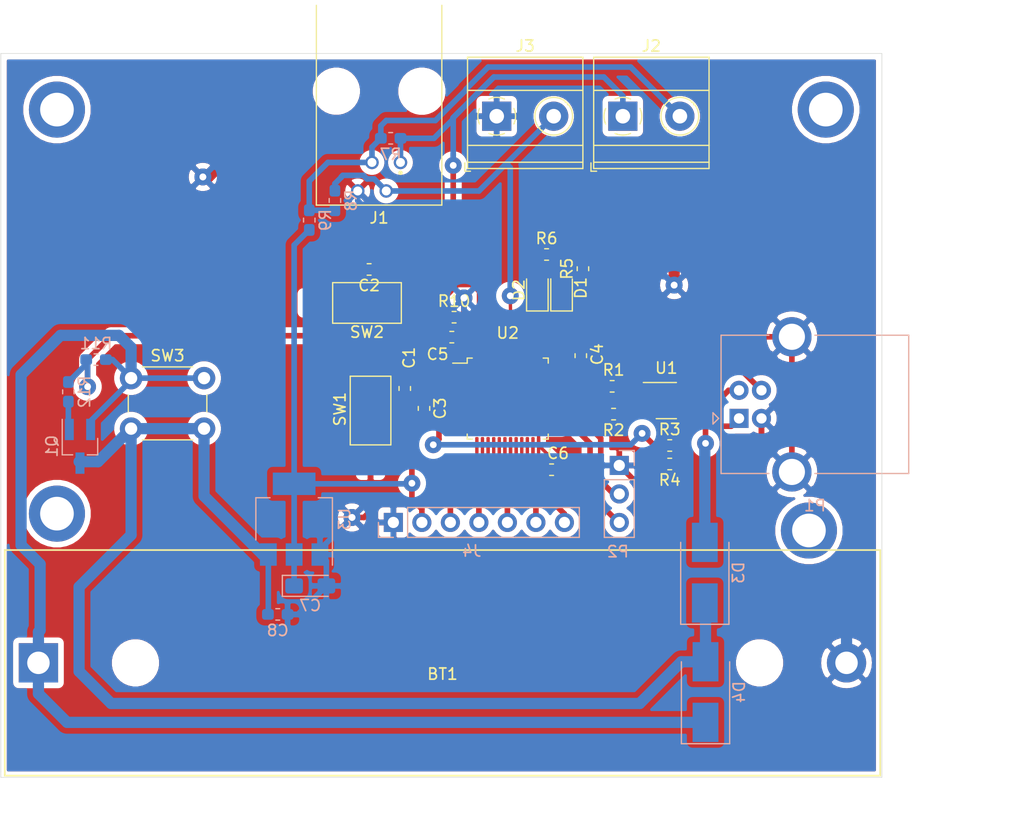
<source format=kicad_pcb>
(kicad_pcb (version 20171130) (host pcbnew "(6.0.0-rc1-dev-1613-ga55d9819b)")
  (layers (0 F.Cu signal) (31 B.Cu signal) (34 B.Paste user) (35 F.Paste user) (36 B.SilkS user) (37 F.SilkS user) (38 B.Mask user) (39 F.Mask user) (44 Edge.Cuts user))
  (net 0 "")
  (net 1 GND)
  (net 2 "Net-(BT1-Pad1)")
  (net 3 /NRST)
  (net 4 +3V3)
  (net 5 /BOOT0)
  (net 6 /LED0)
  (net 7 "Net-(D1-Pad2)")
  (net 8 "Net-(D2-Pad2)")
  (net 9 /LED1)
  (net 10 /5Vusb)
  (net 11 /SDA)
  (net 12 /SCL)
  (net 13 /3V3Sensors)
  (net 14 /SCK)
  (net 15 /MOSI)
  (net 16 /RST)
  (net 17 /D-C)
  (net 18 /CS)
  (net 19 "Net-(P1-Pad2)")
  (net 20 "Net-(P1-Pad3)")
  (net 21 "Net-(P2-Pad2)")
  (net 22 "Net-(P2-Pad3)")
  (net 23 "Net-(Q1-Pad1)")
  (net 24 "Net-(R1-Pad1)")
  (net 25 /USBDP)
  (net 26 /USBDM)
  (net 27 "Net-(R2-Pad1)")
  (net 28 /USBON)
  (net 29 /POWERON)
  (net 30 /U5V)
  (module my_footprints:VIA (layer F.Cu) (at 107.7595 97.282)
    (fp_text reference "" (at 0 0.5) (layer F.SilkS))
    (fp_text value VIA)
    (pad ~ thru_hole circle (at 0 0) (size 1.5 1.5) (drill 0.6) (layers *.Cu) (net 1 GND) (clearance 0.2))
  )
  (module my_footprints:VIA (layer F.Cu) (at 126.492 96.139)
    (fp_text reference "" (at 0 0.5) (layer F.SilkS))
    (fp_text value VIA)
    (pad ~ thru_hole circle (at 0 0) (size 1.5 1.5) (drill 0.6) (layers *.Cu) (net 1 GND) (clearance 0.2))
  )
  (module my_footprints:VIA (layer F.Cu) (at 84.5 86.5)
    (fp_text reference "" (at 0 0.5) (layer F.SilkS))
    (fp_text value VIA)
    (pad ~ thru_hole circle (at 0 0) (size 1.5 1.5) (drill 0.6) (layers *.Cu) (net 1 GND) (clearance 0.2))
  )
  (module my_footprints:VIA (layer F.Cu) (at 97.79 116.84)
    (fp_text reference "" (at 0 0.5) (layer F.SilkS))
    (fp_text value VIA)
    (pad ~ thru_hole circle (at 0 0) (size 1.5 1.5) (drill 0.6) (layers *.Cu) (net 1 GND) (clearance 0.2))
  )
  (module Battery:BatteryHolder_MPD_BH-18650-PC2 (layer F.Cu) (at 69.85 129.794)
    (fp_text reference BT1 (at 36 1) (layer F.SilkS))
    (fp_text value Battery_Cell)
    (pad 2 thru_hole circle (at 72 0) (size 3.5 3.5) (drill 2) (layers *.Cu *.Mask) (net 1 GND))
    (pad 1 thru_hole rect (at 0 0) (size 3.5 3.5) (drill 2) (layers *.Cu *.Mask) (net 2 "Net-(BT1-Pad1)"))
    (pad "" np_thru_hole circle (at 8.645 0) (size 3.2 3.2) (drill 3.2) (layers *.Cu *.Mask))
    (pad "" np_thru_hole circle (at 64.255 0) (size 3.2 3.2) (drill 3.2) (layers *.Cu *.Mask))
  )
  (module Capacitor_SMD:C_0603_1608Metric_Pad1.05x0.95mm_HandSolder (layer F.Cu) (at 102.489 105.3465 270)
    (fp_text reference C1 (at -2.7305 -0.381 270) (layer F.SilkS))
    (fp_text value 0.1)
    (pad 1 smd roundrect (at -0.875 0 270) (size 1.05 0.95) (layers F.Cu F.Paste F.Mask) (net 3 /NRST))
    (pad 2 smd roundrect (at 0.875 0 270) (size 1.05 0.95) (layers F.Cu F.Paste F.Mask) (net 1 GND))
  )
  (module Capacitor_SMD:C_0603_1608Metric_Pad1.05x0.95mm_HandSolder (layer F.Cu) (at 99.314 94.742 180)
    (fp_text reference C2 (at 0 -1.43 180) (layer F.SilkS))
    (fp_text value 0.1)
    (pad 2 smd roundrect (at 0.875 0 180) (size 1.05 0.95) (layers F.Cu F.Paste F.Mask) (net 4 +3V3))
    (pad 1 smd roundrect (at -0.875 0 180) (size 1.05 0.95) (layers F.Cu F.Paste F.Mask) (net 5 /BOOT0))
  )
  (module Capacitor_SMD:C_0603_1608Metric_Pad1.05x0.95mm_HandSolder (layer F.Cu) (at 104.2035 107.1245 270)
    (fp_text reference C3 (at 0 -1.43 270) (layer F.SilkS))
    (fp_text value 0.1)
    (pad 2 smd roundrect (at 0.875 0 270) (size 1.05 0.95) (layers F.Cu F.Paste F.Mask) (net 4 +3V3))
    (pad 1 smd roundrect (at -0.875 0 270) (size 1.05 0.95) (layers F.Cu F.Paste F.Mask) (net 1 GND))
  )
  (module Capacitor_SMD:C_0603_1608Metric_Pad1.05x0.95mm_HandSolder (layer F.Cu) (at 118.1735 102.4255 90)
    (fp_text reference C4 (at 0.127 1.4605 90) (layer F.SilkS))
    (fp_text value 0.1)
    (pad 1 smd roundrect (at -0.875 0 90) (size 1.05 0.95) (layers F.Cu F.Paste F.Mask) (net 1 GND))
    (pad 2 smd roundrect (at 0.875 0 90) (size 1.05 0.95) (layers F.Cu F.Paste F.Mask) (net 4 +3V3))
  )
  (module Capacitor_SMD:C_0603_1608Metric_Pad1.05x0.95mm_HandSolder (layer F.Cu) (at 106.68 100.7745 180)
    (fp_text reference C5 (at 1.27 -1.524 180) (layer F.SilkS))
    (fp_text value 0.1)
    (pad 2 smd roundrect (at 0.875 0 180) (size 1.05 0.95) (layers F.Cu F.Paste F.Mask) (net 4 +3V3))
    (pad 1 smd roundrect (at -0.875 0 180) (size 1.05 0.95) (layers F.Cu F.Paste F.Mask) (net 1 GND))
  )
  (module Capacitor_SMD:C_0603_1608Metric_Pad1.05x0.95mm_HandSolder (layer F.Cu) (at 115.57 112.5855)
    (fp_text reference C6 (at 0.5715 -1.4605) (layer F.SilkS))
    (fp_text value 0.1)
    (pad 1 smd roundrect (at -0.875 0) (size 1.05 0.95) (layers F.Cu F.Paste F.Mask) (net 1 GND))
    (pad 2 smd roundrect (at 0.875 0) (size 1.05 0.95) (layers F.Cu F.Paste F.Mask) (net 4 +3V3))
  )
  (module Capacitor_Tantalum_SMD:CP_EIA-3216-18_Kemet-A_Pad1.58x1.35mm_HandSolder (layer B.Cu) (at 94.0665 122.936)
    (fp_text reference C7 (at 0 1.75) (layer B.SilkS) (effects (justify mirror)))
    (fp_text value 47u)
    (pad 1 smd roundrect (at -1.4375 0) (size 1.575 1.35) (layers B.Cu B.Paste B.Mask) (roundrect_rratio 0.185185) (net 4 +3V3))
    (pad 2 smd roundrect (at 1.4375 0) (size 1.575 1.35) (layers B.Cu B.Paste B.Mask) (roundrect_rratio 0.185185) (net 1 GND))
  )
  (module LED_SMD:LED_0805_2012Metric_Pad1.15x1.40mm_HandSolder (layer F.Cu) (at 116.459 96.5835 90)
    (fp_text reference D1 (at 0.1905 1.7145 90) (layer F.SilkS))
    (fp_text value LED0)
    (pad 1 smd roundrect (at -1.025 0 90) (size 1.15 1.4) (layers F.Cu F.Paste F.Mask) (roundrect_rratio 0.217391) (net 6 /LED0))
    (pad 2 smd roundrect (at 1.025 0 90) (size 1.15 1.4) (layers F.Cu F.Paste F.Mask) (roundrect_rratio 0.217391) (net 7 "Net-(D1-Pad2)"))
  )
  (module LED_SMD:LED_0805_2012Metric_Pad1.15x1.40mm_HandSolder (layer F.Cu) (at 114.3 96.5835 90)
    (fp_text reference D2 (at 0 -1.65 90) (layer F.SilkS))
    (fp_text value LED1)
    (pad 2 smd roundrect (at 1.025 0 90) (size 1.15 1.4) (layers F.Cu F.Paste F.Mask) (roundrect_rratio 0.217391) (net 8 "Net-(D2-Pad2)"))
    (pad 1 smd roundrect (at -1.025 0 90) (size 1.15 1.4) (layers F.Cu F.Paste F.Mask) (roundrect_rratio 0.217391) (net 9 /LED1))
  )
  (module Diode_SMD:D_SMB_Handsoldering (layer B.Cu) (at 129.2225 121.76 90)
    (fp_text reference D3 (at 0 3 90) (layer B.SilkS) (effects (justify mirror)))
    (fp_text value SS14)
    (pad 1 smd rect (at -2.7 0 90) (size 3.5 2.3) (layers B.Cu B.Paste B.Mask) (net 10 /5Vusb))
    (pad 2 smd rect (at 2.7 0 90) (size 3.5 2.3) (layers B.Cu B.Paste B.Mask) (net 30 /U5V))
  )
  (module Diode_SMD:D_SMB_Handsoldering (layer B.Cu) (at 129.286 132.3975 90)
    (fp_text reference D4 (at 0 3 90) (layer B.SilkS) (effects (justify mirror)))
    (fp_text value SS14)
    (pad 2 smd rect (at 2.7 0 90) (size 3.5 2.3) (layers B.Cu B.Paste B.Mask) (net 10 /5Vusb))
    (pad 1 smd rect (at -2.7 0 90) (size 3.5 2.3) (layers B.Cu B.Paste B.Mask) (net 2 "Net-(BT1-Pad1)"))
  )
  (module my_footprints:RJ9-4P4C (layer F.Cu) (at 100.203 80.01 180)
    (fp_text reference J1 (at 0 -10.1346 180) (layer F.SilkS))
    (fp_text value 4P4C hide)
    (pad 1 thru_hole circle (at -1.905 -5.2 180) (size 1.2 1.2) (drill 0.8) (layers *.Cu *.Mask) (net 11 /SDA))
    (pad 2 thru_hole circle (at -0.635 -7.74 180) (size 1.2 1.2) (drill 0.8) (layers *.Cu *.Mask) (net 12 /SCL))
    (pad 3 thru_hole circle (at 0.635 -5.2 180) (size 1.2 1.2) (drill 0.8) (layers *.Cu *.Mask) (net 13 /3V3Sensors))
    (pad 4 thru_hole circle (at 1.905 -7.74 180) (size 1.2 1.2) (drill 0.8) (layers *.Cu *.Mask) (net 1 GND))
    (pad "" np_thru_hole circle (at -3.81 1.15 180) (size 3.2 3.2) (drill 3.2) (layers *.Cu *.Mask))
    (pad "" np_thru_hole circle (at 3.81 1.15 180) (size 3.2 3.2) (drill 3.2) (layers *.Cu *.Mask))
  )
  (module TerminalBlock_Phoenix:TerminalBlock_Phoenix_MKDS-1,5-2-5.08_1x02_P5.08mm_Horizontal (layer F.Cu) (at 121.92 81.0895)
    (fp_text reference J2 (at 2.54 -6.26) (layer F.SilkS))
    (fp_text value Conn)
    (pad 2 thru_hole circle (at 5.08 0) (size 2.6 2.6) (drill 1.3) (layers *.Cu *.Mask) (net 13 /3V3Sensors))
    (pad 1 thru_hole rect (at 0 0) (size 2.6 2.6) (drill 1.3) (layers *.Cu *.Mask) (net 11 /SDA))
  )
  (module TerminalBlock_Phoenix:TerminalBlock_Phoenix_MKDS-1,5-2-5.08_1x02_P5.08mm_Horizontal (layer F.Cu) (at 110.6805 81.0895)
    (fp_text reference J3 (at 2.54 -6.26) (layer F.SilkS))
    (fp_text value Conn)
    (pad 1 thru_hole rect (at 0 0) (size 2.6 2.6) (drill 1.3) (layers *.Cu *.Mask) (net 1 GND))
    (pad 2 thru_hole circle (at 5.08 0) (size 2.6 2.6) (drill 1.3) (layers *.Cu *.Mask) (net 12 /SCL))
  )
  (module Connector_PinSocket_2.54mm:PinSocket_1x07_P2.54mm_Vertical (layer B.Cu) (at 101.473 117.2845 270)
    (fp_text reference J4 (at 2.54 -6.985) (layer B.SilkS) (effects (justify mirror)))
    (fp_text value SPI_screen)
    (pad 1 thru_hole rect (at 0 0 270) (size 1.7 1.7) (drill 1) (layers *.Cu *.Mask) (net 1 GND))
    (pad 2 thru_hole oval (at 0 -2.54 270) (size 1.7 1.7) (drill 1) (layers *.Cu *.Mask) (net 4 +3V3))
    (pad 3 thru_hole oval (at 0 -5.08 270) (size 1.7 1.7) (drill 1) (layers *.Cu *.Mask) (net 14 /SCK))
    (pad 4 thru_hole oval (at 0 -7.62 270) (size 1.7 1.7) (drill 1) (layers *.Cu *.Mask) (net 15 /MOSI))
    (pad 5 thru_hole oval (at 0 -10.16 270) (size 1.7 1.7) (drill 1) (layers *.Cu *.Mask) (net 16 /RST))
    (pad 6 thru_hole oval (at 0 -12.7 270) (size 1.7 1.7) (drill 1) (layers *.Cu *.Mask) (net 17 /D-C))
    (pad 7 thru_hole oval (at 0 -15.24 270) (size 1.7 1.7) (drill 1) (layers *.Cu *.Mask) (net 18 /CS))
  )
  (module Connectors_USB:USB_B_OST_USB-B1HSxx_Horizontal (layer B.Cu) (at 132.2705 108.0135)
    (fp_text reference P1 (at 6.76 7.77) (layer B.SilkS) (effects (justify mirror)))
    (fp_text value USB_B)
    (pad 1 thru_hole rect (at 0 0) (size 1.7 1.7) (drill 0.92) (layers *.Cu *.Mask) (net 30 /U5V))
    (pad 2 thru_hole circle (at 0 -2.5) (size 1.7 1.7) (drill 0.92) (layers *.Cu *.Mask) (net 19 "Net-(P1-Pad2)"))
    (pad 3 thru_hole circle (at 2 -2.5) (size 1.7 1.7) (drill 0.92) (layers *.Cu *.Mask) (net 20 "Net-(P1-Pad3)"))
    (pad 4 thru_hole circle (at 2 0) (size 1.7 1.7) (drill 0.92) (layers *.Cu *.Mask) (net 1 GND))
    (pad 5 thru_hole circle (at 4.71 4.77) (size 3.5 3.5) (drill 2.33) (layers *.Cu *.Mask) (net 1 GND))
    (pad 5 thru_hole circle (at 4.71 -7.27) (size 3.5 3.5) (drill 2.33) (layers *.Cu *.Mask) (net 1 GND))
  )
  (module Connector_PinHeader_2.54mm:PinHeader_1x03_P2.54mm_Vertical (layer B.Cu) (at 121.6025 112.2045 180)
    (fp_text reference P2 (at 0.127 -7.6835 180) (layer B.SilkS) (effects (justify mirror)))
    (fp_text value USART_BOOT)
    (pad 1 thru_hole rect (at 0 0 180) (size 1.7 1.7) (drill 1) (layers *.Cu *.Mask) (net 1 GND))
    (pad 2 thru_hole oval (at 0 -2.54 180) (size 1.7 1.7) (drill 1) (layers *.Cu *.Mask) (net 21 "Net-(P2-Pad2)"))
    (pad 3 thru_hole oval (at 0 -5.08 180) (size 1.7 1.7) (drill 1) (layers *.Cu *.Mask) (net 22 "Net-(P2-Pad3)"))
  )
  (module my_footprints:Hole_3mm (layer F.Cu) (at 71.5 80.5)
    (fp_text reference P3 hide)
    (fp_text value Hole hide)
    (pad 1 thru_hole circle (at 0 0) (size 5 5) (drill 3) (layers *.Cu *.Mask))
  )
  (module my_footprints:Hole_3mm (layer F.Cu) (at 140 80.5)
    (fp_text reference P4 hide)
    (fp_text value Hole hide)
    (pad 1 thru_hole circle (at 0 0) (size 5 5) (drill 3) (layers *.Cu *.Mask))
  )
  (module my_footprints:Hole_3mm (layer F.Cu) (at 71.5 116.5)
    (fp_text reference P5 hide)
    (fp_text value Hole hide)
    (pad 1 thru_hole circle (at 0 0) (size 5 5) (drill 3) (layers *.Cu *.Mask))
  )
  (module my_footprints:Hole_3mm (layer F.Cu) (at 138.5 118)
    (fp_text reference P6 hide)
    (fp_text value Hole hide)
    (pad 1 thru_hole circle (at 0 0) (size 5 5) (drill 3) (layers *.Cu *.Mask))
  )
  (module TO_SOT_Packages_SMD:SOT-23_Handsoldering (layer B.Cu) (at 73.55 110.5 270)
    (fp_text reference Q1 (at 0 2.5 270) (layer B.SilkS) (effects (justify mirror)))
    (fp_text value AO3407)
    (pad 1 smd rect (at -1.5 0.95 270) (size 1.9 0.8) (layers B.Cu B.Paste B.Mask) (net 23 "Net-(Q1-Pad1)"))
    (pad 2 smd rect (at -1.5 -0.95 270) (size 1.9 0.8) (layers B.Cu B.Paste B.Mask) (net 2 "Net-(BT1-Pad1)"))
    (pad 3 smd rect (at 1.5 0 270) (size 1.9 0.8) (layers B.Cu B.Paste B.Mask) (net 10 /5Vusb))
  )
  (module Resistor_SMD:R_0603_1608Metric_Pad1.05x0.95mm_HandSolder (layer F.Cu) (at 120.9675 105.156 180)
    (fp_text reference R1 (at -0.127 1.4605 180) (layer F.SilkS))
    (fp_text value 22)
    (pad 2 smd roundrect (at 0.875 0 180) (size 1.05 0.95) (layers F.Cu F.Paste F.Mask) (net 25 /USBDP))
    (pad 1 smd roundrect (at -0.875 0 180) (size 1.05 0.95) (layers F.Cu F.Paste F.Mask) (net 24 "Net-(R1-Pad1)"))
  )
  (module Resistor_SMD:R_0603_1608Metric_Pad1.05x0.95mm_HandSolder (layer F.Cu) (at 121.0945 107.6325 180)
    (fp_text reference R2 (at 0 -1.43 180) (layer F.SilkS))
    (fp_text value 22)
    (pad 1 smd roundrect (at -0.875 0 180) (size 1.05 0.95) (layers F.Cu F.Paste F.Mask) (net 27 "Net-(R2-Pad1)"))
    (pad 2 smd roundrect (at 0.875 0 180) (size 1.05 0.95) (layers F.Cu F.Paste F.Mask) (net 26 /USBDM))
  )
  (module Resistor_SMD:R_0603_1608Metric_Pad1.05x0.95mm_HandSolder (layer F.Cu) (at 126.097 110.4265)
    (fp_text reference R3 (at 0 -1.43) (layer F.SilkS))
    (fp_text value 51k)
    (pad 1 smd roundrect (at -0.875 0) (size 1.05 0.95) (layers F.Cu F.Paste F.Mask) (net 28 /USBON))
    (pad 2 smd roundrect (at 0.875 0) (size 1.05 0.95) (layers F.Cu F.Paste F.Mask) (net 30 /U5V))
  )
  (module Resistor_SMD:R_0603_1608Metric_Pad1.05x0.95mm_HandSolder (layer F.Cu) (at 126.097 112.0775 180)
    (fp_text reference R4 (at 0 -1.43 180) (layer F.SilkS))
    (fp_text value 51k)
    (pad 2 smd roundrect (at 0.875 0 180) (size 1.05 0.95) (layers F.Cu F.Paste F.Mask) (net 28 /USBON))
    (pad 1 smd roundrect (at -0.875 0 180) (size 1.05 0.95) (layers F.Cu F.Paste F.Mask) (net 1 GND))
  )
  (module Resistor_SMD:R_0603_1608Metric_Pad1.05x0.95mm_HandSolder (layer F.Cu) (at 118.364 94.6785 90)
    (fp_text reference R5 (at 0 -1.43 90) (layer F.SilkS))
    (fp_text value 330)
    (pad 1 smd roundrect (at -0.875 0 90) (size 1.05 0.95) (layers F.Cu F.Paste F.Mask) (net 7 "Net-(D1-Pad2)"))
    (pad 2 smd roundrect (at 0.875 0 90) (size 1.05 0.95) (layers F.Cu F.Paste F.Mask) (net 4 +3V3))
  )
  (module Resistor_SMD:R_0603_1608Metric_Pad1.05x0.95mm_HandSolder (layer F.Cu) (at 115.1255 93.4085)
    (fp_text reference R6 (at 0 -1.43) (layer F.SilkS))
    (fp_text value 330)
    (pad 2 smd roundrect (at 0.875 0) (size 1.05 0.95) (layers F.Cu F.Paste F.Mask) (net 4 +3V3))
    (pad 1 smd roundrect (at -0.875 0) (size 1.05 0.95) (layers F.Cu F.Paste F.Mask) (net 8 "Net-(D2-Pad2)"))
  )
  (module Resistor_SMD:R_0603_1608Metric_Pad1.05x0.95mm_HandSolder (layer B.Cu) (at 101.233 83.058)
    (fp_text reference R7 (at 0 1.43) (layer B.SilkS) (effects (justify mirror)))
    (fp_text value 4k7)
    (pad 1 smd roundrect (at -0.875 0) (size 1.05 0.95) (layers B.Cu B.Paste B.Mask) (net 13 /3V3Sensors))
    (pad 2 smd roundrect (at 0.875 0) (size 1.05 0.95) (layers B.Cu B.Paste B.Mask) (net 11 /SDA))
  )
  (module Resistor_SMD:R_0603_1608Metric_Pad1.05x0.95mm_HandSolder (layer B.Cu) (at 96.266 88.5965 90)
    (fp_text reference R8 (at 0 1.43 90) (layer B.SilkS) (effects (justify mirror)))
    (fp_text value 4k7)
    (pad 2 smd roundrect (at 0.875 0 90) (size 1.05 0.95) (layers B.Cu B.Paste B.Mask) (net 12 /SCL))
    (pad 1 smd roundrect (at -0.875 0 90) (size 1.05 0.95) (layers B.Cu B.Paste B.Mask) (net 13 /3V3Sensors))
  )
  (module Resistor_SMD:R_0603_1608Metric_Pad1.05x0.95mm_HandSolder (layer B.Cu) (at 93.98 90.3465 90)
    (fp_text reference R9 (at 0 1.43 90) (layer B.SilkS) (effects (justify mirror)))
    (fp_text value 22)
    (pad 1 smd roundrect (at -0.875 0 90) (size 1.05 0.95) (layers B.Cu B.Paste B.Mask) (net 4 +3V3))
    (pad 2 smd roundrect (at 0.875 0 90) (size 1.05 0.95) (layers B.Cu B.Paste B.Mask) (net 13 /3V3Sensors))
  )
  (module Resistor_SMD:R_0603_1608Metric_Pad1.05x0.95mm_HandSolder (layer F.Cu) (at 106.8845 98.9965)
    (fp_text reference R10 (at 0 -1.43) (layer F.SilkS))
    (fp_text value 10k)
    (pad 2 smd roundrect (at 0.875 0) (size 1.05 0.95) (layers F.Cu F.Paste F.Mask) (net 1 GND))
    (pad 1 smd roundrect (at -0.875 0) (size 1.05 0.95) (layers F.Cu F.Paste F.Mask) (net 5 /BOOT0))
  )
  (module Resistor_SMD:R_0603_1608Metric_Pad1.05x0.95mm_HandSolder (layer B.Cu) (at 74.9795 102.7755 180)
    (fp_text reference R11 (at 0 1.43 180) (layer B.SilkS) (effects (justify mirror)))
    (fp_text value 10k)
    (pad 2 smd roundrect (at 0.875 0 180) (size 1.05 0.95) (layers B.Cu B.Paste B.Mask) (net 29 /POWERON))
    (pad 1 smd roundrect (at -0.875 0 180) (size 1.05 0.95) (layers B.Cu B.Paste B.Mask) (net 2 "Net-(BT1-Pad1)"))
  )
  (module Resistor_SMD:R_0603_1608Metric_Pad1.05x0.95mm_HandSolder (layer B.Cu) (at 72.517 105.647 90)
    (fp_text reference R12 (at 0 1.43 90) (layer B.SilkS) (effects (justify mirror)))
    (fp_text value 510)
    (pad 1 smd roundrect (at -0.875 0 90) (size 1.05 0.95) (layers B.Cu B.Paste B.Mask) (net 23 "Net-(Q1-Pad1)"))
    (pad 2 smd roundrect (at 0.875 0 90) (size 1.05 0.95) (layers B.Cu B.Paste B.Mask) (net 29 /POWERON))
  )
  (module Buttons_Switches_SMD:SW_SPST_FSMSM (layer F.Cu) (at 99.441 107.315 270)
    (fp_text reference SW1 (at -0.127 2.7305 270) (layer F.SilkS))
    (fp_text value Reset)
    (pad 1 smd rect (at -4.59 0 270) (size 2.18 1.6) (layers F.Cu F.Paste F.Mask) (net 3 /NRST))
    (pad 2 smd rect (at 4.59 0 270) (size 2.18 1.6) (layers F.Cu F.Paste F.Mask) (net 1 GND))
  )
  (module Buttons_Switches_SMD:SW_SPST_FSMSM (layer F.Cu) (at 99.1235 97.7265 180)
    (fp_text reference SW2 (at 0 -2.6 180) (layer F.SilkS))
    (fp_text value Boot)
    (pad 1 smd rect (at -4.59 0 180) (size 2.18 1.6) (layers F.Cu F.Paste F.Mask) (net 5 /BOOT0))
    (pad 2 smd rect (at 4.59 0 180) (size 2.18 1.6) (layers F.Cu F.Paste F.Mask) (net 4 +3V3))
  )
  (module TO_SOT_Packages_SMD:SOT-23-6_Handsoldering (layer F.Cu) (at 125.7935 106.426)
    (fp_text reference U1 (at 0 -2.9) (layer F.SilkS))
    (fp_text value USBLC6-2SC6)
    (pad 1 smd rect (at -1.35 -0.95) (size 1.56 0.65) (layers F.Cu F.Paste F.Mask) (net 24 "Net-(R1-Pad1)"))
    (pad 2 smd rect (at -1.35 0) (size 1.56 0.65) (layers F.Cu F.Paste F.Mask) (net 1 GND))
    (pad 3 smd rect (at -1.35 0.95) (size 1.56 0.65) (layers F.Cu F.Paste F.Mask) (net 27 "Net-(R2-Pad1)"))
    (pad 4 smd rect (at 1.35 0.95) (size 1.56 0.65) (layers F.Cu F.Paste F.Mask) (net 19 "Net-(P1-Pad2)"))
    (pad 6 smd rect (at 1.35 -0.95) (size 1.56 0.65) (layers F.Cu F.Paste F.Mask) (net 20 "Net-(P1-Pad3)"))
    (pad 5 smd rect (at 1.35 0) (size 1.56 0.65) (layers F.Cu F.Paste F.Mask) (net 30 /U5V))
  )
  (module Package_QFP:LQFP-48_7x7mm_P0.5mm (layer F.Cu) (at 111.6625 106.25)
    (fp_text reference U2 (at 0 -5.85) (layer F.SilkS))
    (fp_text value STM32F042C6Tx)
    (pad 1 smd roundrect (at -4.1625 -2.75) (size 1.475 0.3) (layers F.Cu F.Paste F.Mask))
    (pad 2 smd roundrect (at -4.1625 -2.25) (size 1.475 0.3) (layers F.Cu F.Paste F.Mask) (net 29 /POWERON))
    (pad 3 smd roundrect (at -4.1625 -1.75) (size 1.475 0.3) (layers F.Cu F.Paste F.Mask))
    (pad 4 smd roundrect (at -4.1625 -1.25) (size 1.475 0.3) (layers F.Cu F.Paste F.Mask))
    (pad 5 smd roundrect (at -4.1625 -0.75) (size 1.475 0.3) (layers F.Cu F.Paste F.Mask))
    (pad 6 smd roundrect (at -4.1625 -0.25) (size 1.475 0.3) (layers F.Cu F.Paste F.Mask))
    (pad 7 smd roundrect (at -4.1625 0.25) (size 1.475 0.3) (layers F.Cu F.Paste F.Mask) (net 3 /NRST))
    (pad 8 smd roundrect (at -4.1625 0.75) (size 1.475 0.3) (layers F.Cu F.Paste F.Mask) (net 1 GND))
    (pad 9 smd roundrect (at -4.1625 1.25) (size 1.475 0.3) (layers F.Cu F.Paste F.Mask) (net 4 +3V3))
    (pad 10 smd roundrect (at -4.1625 1.75) (size 1.475 0.3) (layers F.Cu F.Paste F.Mask))
    (pad 11 smd roundrect (at -4.1625 2.25) (size 1.475 0.3) (layers F.Cu F.Paste F.Mask) (net 28 /USBON))
    (pad 12 smd roundrect (at -4.1625 2.75) (size 1.475 0.3) (layers F.Cu F.Paste F.Mask))
    (pad 13 smd roundrect (at -2.75 4.1625) (size 0.3 1.475) (layers F.Cu F.Paste F.Mask))
    (pad 14 smd roundrect (at -2.25 4.1625) (size 0.3 1.475) (layers F.Cu F.Paste F.Mask))
    (pad 15 smd roundrect (at -1.75 4.1625) (size 0.3 1.475) (layers F.Cu F.Paste F.Mask) (net 14 /SCK))
    (pad 16 smd roundrect (at -1.25 4.1625) (size 0.3 1.475) (layers F.Cu F.Paste F.Mask))
    (pad 17 smd roundrect (at -0.75 4.1625) (size 0.3 1.475) (layers F.Cu F.Paste F.Mask) (net 15 /MOSI))
    (pad 18 smd roundrect (at -0.25 4.1625) (size 0.3 1.475) (layers F.Cu F.Paste F.Mask) (net 16 /RST))
    (pad 19 smd roundrect (at 0.25 4.1625) (size 0.3 1.475) (layers F.Cu F.Paste F.Mask) (net 17 /D-C))
    (pad 20 smd roundrect (at 0.75 4.1625) (size 0.3 1.475) (layers F.Cu F.Paste F.Mask) (net 18 /CS))
    (pad 21 smd roundrect (at 1.25 4.1625) (size 0.3 1.475) (layers F.Cu F.Paste F.Mask))
    (pad 22 smd roundrect (at 1.75 4.1625) (size 0.3 1.475) (layers F.Cu F.Paste F.Mask))
    (pad 23 smd roundrect (at 2.25 4.1625) (size 0.3 1.475) (layers F.Cu F.Paste F.Mask) (net 1 GND))
    (pad 24 smd roundrect (at 2.75 4.1625) (size 0.3 1.475) (layers F.Cu F.Paste F.Mask) (net 4 +3V3))
    (pad 25 smd roundrect (at 4.1625 2.75) (size 1.475 0.3) (layers F.Cu F.Paste F.Mask))
    (pad 26 smd roundrect (at 4.1625 2.25) (size 1.475 0.3) (layers F.Cu F.Paste F.Mask))
    (pad 27 smd roundrect (at 4.1625 1.75) (size 1.475 0.3) (layers F.Cu F.Paste F.Mask))
    (pad 28 smd roundrect (at 4.1625 1.25) (size 1.475 0.3) (layers F.Cu F.Paste F.Mask))
    (pad 29 smd roundrect (at 4.1625 0.75) (size 1.475 0.3) (layers F.Cu F.Paste F.Mask))
    (pad 30 smd roundrect (at 4.1625 0.25) (size 1.475 0.3) (layers F.Cu F.Paste F.Mask) (net 22 "Net-(P2-Pad3)"))
    (pad 31 smd roundrect (at 4.1625 -0.25) (size 1.475 0.3) (layers F.Cu F.Paste F.Mask) (net 21 "Net-(P2-Pad2)"))
    (pad 32 smd roundrect (at 4.1625 -0.75) (size 1.475 0.3) (layers F.Cu F.Paste F.Mask) (net 26 /USBDM))
    (pad 33 smd roundrect (at 4.1625 -1.25) (size 1.475 0.3) (layers F.Cu F.Paste F.Mask) (net 25 /USBDP))
    (pad 34 smd roundrect (at 4.1625 -1.75) (size 1.475 0.3) (layers F.Cu F.Paste F.Mask))
    (pad 35 smd roundrect (at 4.1625 -2.25) (size 1.475 0.3) (layers F.Cu F.Paste F.Mask) (net 1 GND))
    (pad 36 smd roundrect (at 4.1625 -2.75) (size 1.475 0.3) (layers F.Cu F.Paste F.Mask) (net 4 +3V3))
    (pad 37 smd roundrect (at 2.75 -4.1625) (size 0.3 1.475) (layers F.Cu F.Paste F.Mask) (net 6 /LED0))
    (pad 38 smd roundrect (at 2.25 -4.1625) (size 0.3 1.475) (layers F.Cu F.Paste F.Mask) (net 9 /LED1))
    (pad 39 smd roundrect (at 1.75 -4.1625) (size 0.3 1.475) (layers F.Cu F.Paste F.Mask))
    (pad 40 smd roundrect (at 1.25 -4.1625) (size 0.3 1.475) (layers F.Cu F.Paste F.Mask))
    (pad 41 smd roundrect (at 0.75 -4.1625) (size 0.3 1.475) (layers F.Cu F.Paste F.Mask))
    (pad 42 smd roundrect (at 0.25 -4.1625) (size 0.3 1.475) (layers F.Cu F.Paste F.Mask) (net 12 /SCL))
    (pad 43 smd roundrect (at -0.25 -4.1625) (size 0.3 1.475) (layers F.Cu F.Paste F.Mask) (net 11 /SDA))
    (pad 44 smd roundrect (at -0.75 -4.1625) (size 0.3 1.475) (layers F.Cu F.Paste F.Mask) (net 5 /BOOT0))
    (pad 45 smd roundrect (at -1.25 -4.1625) (size 0.3 1.475) (layers F.Cu F.Paste F.Mask))
    (pad 46 smd roundrect (at -1.75 -4.1625) (size 0.3 1.475) (layers F.Cu F.Paste F.Mask))
    (pad 47 smd roundrect (at -2.25 -4.1625) (size 0.3 1.475) (layers F.Cu F.Paste F.Mask) (net 1 GND))
    (pad 48 smd roundrect (at -2.75 -4.1625) (size 0.3 1.475) (layers F.Cu F.Paste F.Mask) (net 4 +3V3))
  )
  (module TO_SOT_Packages_SMD:SOT-223 (layer B.Cu) (at 92.6325 116.992 90)
    (fp_text reference U3 (at 0 4.5 90) (layer B.SilkS) (effects (justify mirror)))
    (fp_text value LM1117-3.3)
    (pad 4 smd rect (at 3.15 0 90) (size 2 3.8) (layers B.Cu B.Paste B.Mask) (net 4 +3V3))
    (pad 2 smd rect (at -3.15 0 90) (size 2 1.5) (layers B.Cu B.Paste B.Mask) (net 4 +3V3))
    (pad 3 smd rect (at -3.15 -2.3 90) (size 2 1.5) (layers B.Cu B.Paste B.Mask) (net 10 /5Vusb))
    (pad 1 smd rect (at -3.15 2.3 90) (size 2 1.5) (layers B.Cu B.Paste B.Mask) (net 1 GND))
  )
  (module Button_Switch_THT:SW_PUSH_6mm_H13mm (layer F.Cu) (at 78.105 104.4265)
    (fp_text reference SW3 (at 3.25 -2) (layer F.SilkS))
    (fp_text value Poweron)
    (pad 2 thru_hole circle (at 0 4.5 90) (size 2 2) (drill 1.1) (layers *.Cu *.Mask) (net 10 /5Vusb))
    (pad 1 thru_hole circle (at 0 0 90) (size 2 2) (drill 1.1) (layers *.Cu *.Mask) (net 2 "Net-(BT1-Pad1)"))
    (pad 2 thru_hole circle (at 6.5 4.5 90) (size 2 2) (drill 1.1) (layers *.Cu *.Mask) (net 10 /5Vusb))
    (pad 1 thru_hole circle (at 6.5 0 90) (size 2 2) (drill 1.1) (layers *.Cu *.Mask) (net 2 "Net-(BT1-Pad1)"))
  )
  (module Capacitor_SMD:C_0603_1608Metric_Pad1.05x0.95mm_HandSolder (layer B.Cu) (at 91.172 125.476)
    (fp_text reference C8 (at 0 1.43) (layer B.SilkS) (effects (justify mirror)))
    (fp_text value 0.1)
    (pad 1 smd roundrect (at -0.875 0) (size 1.05 0.95) (layers B.Cu B.Paste B.Mask) (net 10 /5Vusb))
    (pad 2 smd roundrect (at 0.875 0) (size 1.05 0.95) (layers B.Cu B.Paste B.Mask) (net 1 GND))
  )
  (gr_line (start 66.5 140) (end 66.5 139.5) (layer Edge.Cuts) (width 0.05))
  (gr_line (start 66.5 75.5) (end 66.5 139.5) (layer Edge.Cuts) (width 0.05))
  (gr_line (start 145 75.5) (end 66.5 75.5) (layer Edge.Cuts) (width 0.05))
  (gr_line (start 145 140) (end 145 75.5) (layer Edge.Cuts) (width 0.05))
  (gr_line (start 66.5 140) (end 145 140) (layer Edge.Cuts) (width 0.05))
  (segment (start 107.5 107) (end 104.954 107) (width 0.3) (layer F.Cu) (net 1))
  (segment (start 104.954 107) (end 104.1755 106.2215) (width 0.3) (layer F.Cu) (net 1))
  (segment (start 102.489 106.2215) (end 104.1755 106.2215) (width 0.5) (layer F.Cu) (net 1))
  (segment (start 104.1755 106.2215) (end 104.2035 106.2495) (width 0.5) (layer F.Cu) (net 1))
  (segment (start 115.825 104) (end 117.474 104) (width 0.3) (layer F.Cu) (net 1))
  (segment (start 117.474 104) (end 118.1735 103.3005) (width 0.3) (layer F.Cu) (net 1))
  (segment (start 113.9125 110.4125) (end 113.9125 111.803) (width 0.3) (layer F.Cu) (net 1))
  (segment (start 113.9125 111.803) (end 114.695 112.5855) (width 0.3) (layer F.Cu) (net 1))
  (segment (start 114.695 112.5855) (end 114.695 112.917) (width 0.5) (layer F.Cu) (net 1))
  (segment (start 114.695 112.917) (end 116.459 114.681) (width 0.5) (layer F.Cu) (net 1))
  (segment (start 116.459 114.681) (end 117.1575 114.681) (width 0.5) (layer F.Cu) (net 1))
  (segment (start 117.1575 114.681) (end 119.126 116.6495) (width 0.5) (layer F.Cu) (net 1))
  (segment (start 119.126 116.6495) (end 119.126 118.872) (width 0.5) (layer F.Cu) (net 1))
  (segment (start 119.126 118.872) (end 120.0785 119.8245) (width 0.5) (layer F.Cu) (net 1))
  (segment (start 120.0785 119.8245) (end 123.063 119.8245) (width 0.5) (layer F.Cu) (net 1))
  (segment (start 123.063 119.8245) (end 124.587 118.3005) (width 0.5) (layer F.Cu) (net 1))
  (segment (start 124.587 118.3005) (end 124.587 115.189) (width 0.5) (layer F.Cu) (net 1))
  (segment (start 124.587 115.189) (end 124.2695 114.8715) (width 0.5) (layer F.Cu) (net 1))
  (segment (start 124.2695 114.8715) (end 121.6025 112.2045) (width 0.5) (layer F.Cu) (net 1))
  (segment (start 124.4435 106.426) (end 125.1585 106.426) (width 0.3) (layer F.Cu) (net 1))
  (segment (start 125.0175 103.3005) (end 125.7935 104.0765) (width 0.5) (layer F.Cu) (net 1))
  (segment (start 125.0175 103.3005) (end 118.1735 103.3005) (width 0.5) (layer F.Cu) (net 1))
  (segment (start 125.1585 106.426) (end 125.7935 105.791) (width 0.3) (layer F.Cu) (net 1))
  (segment (start 125.7935 105.791) (end 125.7935 104.0765) (width 0.3) (layer F.Cu) (net 1))
  (segment (start 125.0175 103.3005) (end 129.2365 103.3005) (width 0.5) (layer F.Cu) (net 1))
  (segment (start 100.123 117.2845) (end 101.473 117.2845) (width 0.5) (layer F.Cu) (net 1))
  (segment (start 99.441 116.6025) (end 100.123 117.2845) (width 0.5) (layer F.Cu) (net 1))
  (segment (start 99.441 108.6945) (end 99.441 110.315) (width 0.5) (layer F.Cu) (net 1))
  (segment (start 101.914 106.2215) (end 99.441 108.6945) (width 0.5) (layer F.Cu) (net 1))
  (segment (start 99.441 110.315) (end 99.441 111.905) (width 0.5) (layer F.Cu) (net 1))
  (segment (start 102.489 106.2215) (end 101.914 106.2215) (width 0.5) (layer F.Cu) (net 1))
  (segment (start 134.2705 111.3475) (end 130.7465 114.8715) (width 0.5) (layer F.Cu) (net 1))
  (segment (start 127 112.6805) (end 127 114.8715) (width 0.5) (layer F.Cu) (net 1))
  (segment (start 126.972 112.6525) (end 127 112.6805) (width 0.5) (layer F.Cu) (net 1))
  (segment (start 126.972 112.0775) (end 126.972 112.6525) (width 0.5) (layer F.Cu) (net 1))
  (segment (start 130.7465 114.8715) (end 127 114.8715) (width 0.5) (layer F.Cu) (net 1))
  (segment (start 127 114.8715) (end 124.2695 114.8715) (width 0.5) (layer F.Cu) (net 1))
  (via (at 126.492 96.139) (size 1.5) (drill 0.6) (layers F.Cu B.Cu) (net 1))
  (segment (start 131.0965 100.7435) (end 126.492 96.139) (width 0.5) (layer F.Cu) (net 1))
  (segment (start 125.742001 95.389001) (end 125.551501 95.389001) (width 0.5) (layer B.Cu) (net 1))
  (segment (start 126.492 96.139) (end 125.742001 95.389001) (width 0.5) (layer B.Cu) (net 1))
  (segment (start 109.4125 102.0875) (end 109.4125 100.6495) (width 0.3) (layer F.Cu) (net 1))
  (segment (start 109.4125 100.6495) (end 107.7595 98.9965) (width 0.3) (layer F.Cu) (net 1))
  (segment (start 107.7595 100.57) (end 107.555 100.7745) (width 0.5) (layer F.Cu) (net 1))
  (segment (start 107.7595 98.9965) (end 107.7595 100.57) (width 0.5) (layer F.Cu) (net 1))
  (via (at 107.7595 97.282) (size 1.5) (drill 0.6) (layers F.Cu B.Cu) (net 1))
  (segment (start 107.7595 98.9965) (end 107.7595 97.282) (width 0.5) (layer F.Cu) (net 1))
  (segment (start 98.298 88.598528) (end 99.615472 89.916) (width 0.5) (layer B.Cu) (net 1))
  (segment (start 98.298 87.75) (end 98.298 88.598528) (width 0.5) (layer B.Cu) (net 1))
  (segment (start 100.3935 89.916) (end 107.7595 97.282) (width 0.5) (layer B.Cu) (net 1))
  (segment (start 99.615472 89.916) (end 100.3935 89.916) (width 0.5) (layer B.Cu) (net 1))
  (segment (start 107.7595 98.34266) (end 108.47684 99.06) (width 0.5) (layer B.Cu) (net 1))
  (segment (start 107.7595 97.282) (end 107.7595 98.34266) (width 0.5) (layer B.Cu) (net 1))
  (segment (start 123.571 99.06) (end 126.492 96.139) (width 0.5) (layer B.Cu) (net 1))
  (segment (start 108.47684 99.06) (end 123.571 99.06) (width 0.5) (layer B.Cu) (net 1))
  (segment (start 101.473 118.6345) (end 103.3145 120.476) (width 0.5) (layer F.Cu) (net 1))
  (segment (start 101.473 117.2845) (end 101.473 118.6345) (width 0.5) (layer F.Cu) (net 1))
  (segment (start 119.427 120.476) (end 120.0785 119.8245) (width 0.5) (layer F.Cu) (net 1))
  (segment (start 103.3145 120.476) (end 119.427 120.476) (width 0.5) (layer F.Cu) (net 1))
  (segment (start 134.2705 108.0135) (end 134.2705 111.3475) (width 0.5) (layer F.Cu) (net 1))
  (segment (start 134.2705 110.7125) (end 134.2705 108.0135) (width 0.5) (layer F.Cu) (net 1))
  (segment (start 134.2705 110.7125) (end 134.9095 110.7125) (width 0.5) (layer F.Cu) (net 1))
  (segment (start 134.9095 110.7125) (end 136.9805 112.7835) (width 0.5) (layer F.Cu) (net 1))
  (segment (start 131.7935 100.7435) (end 136.9805 100.7435) (width 0.5) (layer F.Cu) (net 1))
  (segment (start 136.9805 100.7435) (end 136.9805 112.7835) (width 0.5) (layer F.Cu) (net 1))
  (segment (start 131.0965 100.807) (end 131.41325 101.12375) (width 0.5) (layer F.Cu) (net 1))
  (segment (start 131.0965 100.7435) (end 131.0965 100.807) (width 0.5) (layer F.Cu) (net 1))
  (segment (start 129.2365 103.3005) (end 131.41325 101.12375) (width 0.5) (layer F.Cu) (net 1))
  (segment (start 131.41325 101.12375) (end 131.7935 100.7435) (width 0.5) (layer F.Cu) (net 1))
  (segment (start 92.964 125.476) (end 95.504 122.936) (width 0.5) (layer B.Cu) (net 1))
  (segment (start 92.047 125.476) (end 92.964 125.476) (width 0.5) (layer B.Cu) (net 1))
  (segment (start 95.504 120.7135) (end 94.9325 120.142) (width 0.5) (layer B.Cu) (net 1))
  (segment (start 95.504 122.936) (end 95.504 120.7135) (width 0.5) (layer B.Cu) (net 1))
  (via (at 97.79 116.84) (size 1.5) (drill 0.6) (layers F.Cu B.Cu) (net 1))
  (segment (start 94.9325 120.142) (end 94.9325 119.6975) (width 0.5) (layer B.Cu) (net 1))
  (segment (start 94.9325 119.6975) (end 97.79 116.84) (width 0.5) (layer B.Cu) (net 1))
  (segment (start 99.35866 116.332) (end 99.441 116.332) (width 0.5) (layer F.Cu) (net 1))
  (segment (start 97.79 116.84) (end 98.85066 116.84) (width 0.5) (layer F.Cu) (net 1))
  (segment (start 99.441 111.905) (end 99.441 116.332) (width 0.5) (layer F.Cu) (net 1))
  (segment (start 98.85066 116.84) (end 99.35866 116.332) (width 0.5) (layer F.Cu) (net 1))
  (segment (start 99.441 116.332) (end 99.441 116.6025) (width 0.5) (layer F.Cu) (net 1))
  (segment (start 141.85 127.319127) (end 142 127.169127) (width 1) (layer B.Cu) (net 1))
  (segment (start 141.85 129.794) (end 141.85 127.319127) (width 1) (layer B.Cu) (net 1))
  (segment (start 142 127.169127) (end 142 92.5) (width 1) (layer B.Cu) (net 1))
  (segment (start 138.16875 88.66875) (end 118.83125 88.66875) (width 1) (layer B.Cu) (net 1))
  (segment (start 142 92.5) (end 138.16875 88.66875) (width 1) (layer B.Cu) (net 1))
  (segment (start 125.551501 95.389001) (end 118.83125 88.66875) (width 0.5) (layer B.Cu) (net 1))
  (segment (start 126.492 96.139) (end 126.492 92.492) (width 1) (layer F.Cu) (net 1))
  (segment (start 124.202998 92.492) (end 115.210998 83.5) (width 1) (layer F.Cu) (net 1))
  (segment (start 126.492 92.492) (end 124.202998 92.492) (width 1) (layer F.Cu) (net 1))
  (segment (start 115.210998 83.5) (end 88 83.5) (width 1) (layer F.Cu) (net 1))
  (via (at 84.5 86.5) (size 1.5) (drill 0.6) (layers F.Cu B.Cu) (net 1))
  (segment (start 88 83.5) (end 85 86.5) (width 1) (layer F.Cu) (net 1))
  (segment (start 85 86.5) (end 84.5 86.5) (width 1) (layer F.Cu) (net 1))
  (segment (start 118.618 79.502) (end 118.618 88.4555) (width 0.5) (layer B.Cu) (net 1))
  (segment (start 118.618 88.4555) (end 118.83125 88.66875) (width 0.5) (layer B.Cu) (net 1))
  (segment (start 117.82425 78.70825) (end 118.618 79.502) (width 0.5) (layer B.Cu) (net 1))
  (segment (start 111.15675 78.70825) (end 117.82425 78.70825) (width 0.5) (layer B.Cu) (net 1))
  (segment (start 110.6805 79.1845) (end 111.15675 78.70825) (width 0.5) (layer B.Cu) (net 1))
  (segment (start 110.6805 81.0895) (end 110.6805 79.1845) (width 0.5) (layer B.Cu) (net 1))
  (segment (start 72.4035 135.0975) (end 127.136 135.0975) (width 1) (layer B.Cu) (net 2))
  (segment (start 127.136 135.0975) (end 129.286 135.0975) (width 1) (layer B.Cu) (net 2))
  (segment (start 69.85 132.544) (end 72.4035 135.0975) (width 1) (layer B.Cu) (net 2))
  (segment (start 69.85 129.794) (end 69.85 132.544) (width 1) (layer B.Cu) (net 2))
  (segment (start 76.454 102.7755) (end 78.105 104.4265) (width 0.5) (layer B.Cu) (net 2))
  (segment (start 75.8545 102.7755) (end 76.454 102.7755) (width 0.5) (layer B.Cu) (net 2))
  (segment (start 78.105 104.4265) (end 84.605 104.4265) (width 0.5) (layer B.Cu) (net 2))
  (segment (start 78.105 104.6385) (end 78.105 104.4265) (width 0.5) (layer B.Cu) (net 2))
  (segment (start 74.422 108.3215) (end 78.105 104.6385) (width 0.5) (layer B.Cu) (net 2))
  (segment (start 74.422 108.8715) (end 74.422 108.3215) (width 0.5) (layer B.Cu) (net 2))
  (segment (start 78.105 101.696) (end 78.105 104.4265) (width 1) (layer B.Cu) (net 2))
  (segment (start 71.8185 100.6165) (end 77.0255 100.6165) (width 1) (layer B.Cu) (net 2))
  (segment (start 68.299999 104.135001) (end 71.8185 100.6165) (width 1) (layer B.Cu) (net 2))
  (segment (start 69.85 129.794) (end 69.85 127.044) (width 1) (layer B.Cu) (net 2))
  (segment (start 69.85 127.044) (end 70 126.894) (width 1) (layer B.Cu) (net 2))
  (segment (start 68.299999 119.299999) (end 68.299999 104.135001) (width 1) (layer B.Cu) (net 2))
  (segment (start 77.0255 100.6165) (end 78.105 101.696) (width 1) (layer B.Cu) (net 2))
  (segment (start 70 126.894) (end 70 121) (width 1) (layer B.Cu) (net 2))
  (segment (start 70 121) (end 68.299999 119.299999) (width 1) (layer B.Cu) (net 2))
  (segment (start 102.489 104.4715) (end 101.1875 104.4715) (width 0.5) (layer F.Cu) (net 3))
  (segment (start 101.1875 104.4715) (end 99.441 102.725) (width 0.5) (layer F.Cu) (net 3))
  (segment (start 107.5 106.5) (end 106.246 106.5) (width 0.3) (layer F.Cu) (net 3))
  (segment (start 104.7255 104.4715) (end 102.489 104.4715) (width 0.3) (layer F.Cu) (net 3))
  (segment (start 105.41 105.156) (end 104.7255 104.4715) (width 0.3) (layer F.Cu) (net 3))
  (segment (start 105.41 105.664) (end 105.41 105.156) (width 0.3) (layer F.Cu) (net 3))
  (segment (start 106.246 106.5) (end 105.41 105.664) (width 0.3) (layer F.Cu) (net 3))
  (segment (start 107.5 107.5) (end 104.703 107.5) (width 0.3) (layer F.Cu) (net 4))
  (segment (start 104.703 107.5) (end 104.2035 107.9995) (width 0.3) (layer F.Cu) (net 4))
  (segment (start 114.4125 110.4125) (end 114.4125 108.888) (width 0.3) (layer F.Cu) (net 4))
  (segment (start 113.0245 107.5) (end 112.5855 107.5) (width 0.3) (layer F.Cu) (net 4))
  (segment (start 112.5855 107.5) (end 109.3415 107.5) (width 0.3) (layer F.Cu) (net 4))
  (segment (start 109.3415 107.5) (end 107.5 107.5) (width 0.3) (layer F.Cu) (net 4))
  (segment (start 114.4125 108.888) (end 113.0245 107.5) (width 0.3) (layer F.Cu) (net 4))
  (segment (start 108.9125 102.0875) (end 108.9125 107.071) (width 0.3) (layer F.Cu) (net 4))
  (segment (start 108.9125 107.071) (end 109.3415 107.5) (width 0.3) (layer F.Cu) (net 4))
  (segment (start 115.825 103.5) (end 114.051 103.5) (width 0.3) (layer F.Cu) (net 4))
  (segment (start 112.5855 104.9655) (end 112.5855 107.5) (width 0.3) (layer F.Cu) (net 4))
  (segment (start 114.051 103.5) (end 112.5855 104.9655) (width 0.3) (layer F.Cu) (net 4))
  (segment (start 118.1735 101.5505) (end 117.774498 101.5505) (width 0.3) (layer F.Cu) (net 4))
  (segment (start 115.825 103.499998) (end 115.825 103.5) (width 0.3) (layer F.Cu) (net 4))
  (segment (start 117.774498 101.5505) (end 115.825 103.499998) (width 0.3) (layer F.Cu) (net 4))
  (segment (start 116.445 112.5855) (end 116.445 112.445) (width 0.3) (layer F.Cu) (net 4))
  (segment (start 116.445 112.445) (end 114.4125 110.4125) (width 0.3) (layer F.Cu) (net 4))
  (segment (start 94.5335 97.7265) (end 95.4545 97.7265) (width 0.5) (layer F.Cu) (net 4))
  (segment (start 95.4545 97.7265) (end 98.439 94.742) (width 0.5) (layer F.Cu) (net 4))
  (segment (start 104.013 116.082419) (end 103.124 115.193419) (width 0.5) (layer F.Cu) (net 4))
  (segment (start 104.013 117.2845) (end 104.013 116.082419) (width 0.5) (layer F.Cu) (net 4))
  (segment (start 103.124 109.079) (end 104.2035 107.9995) (width 0.5) (layer F.Cu) (net 4))
  (segment (start 108.9125 102.0875) (end 106.543 102.0875) (width 0.3) (layer F.Cu) (net 4))
  (segment (start 105.805 101.3495) (end 105.805 100.7745) (width 0.3) (layer F.Cu) (net 4))
  (segment (start 106.543 102.0875) (end 105.805 101.3495) (width 0.3) (layer F.Cu) (net 4))
  (segment (start 117.969 93.4085) (end 118.364 93.8035) (width 0.5) (layer F.Cu) (net 4))
  (segment (start 116.0005 93.4085) (end 117.969 93.4085) (width 0.5) (layer F.Cu) (net 4))
  (segment (start 118.672572 101.051428) (end 119.039572 101.051428) (width 0.5) (layer F.Cu) (net 4))
  (segment (start 118.1735 101.5505) (end 118.672572 101.051428) (width 0.5) (layer F.Cu) (net 4))
  (segment (start 119.039572 101.051428) (end 120.142 99.949) (width 0.5) (layer F.Cu) (net 4))
  (segment (start 120.142 99.949) (end 120.142 94.742) (width 0.5) (layer F.Cu) (net 4))
  (segment (start 119.2035 93.8035) (end 118.364 93.8035) (width 0.5) (layer F.Cu) (net 4))
  (segment (start 120.142 94.742) (end 119.2035 93.8035) (width 0.5) (layer F.Cu) (net 4))
  (segment (start 94.5335 97.7265) (end 100.076 97.7265) (width 0.5) (layer F.Cu) (net 4))
  (segment (start 100.076 97.7265) (end 101.9175 99.568) (width 0.5) (layer F.Cu) (net 4))
  (segment (start 103.632 99.568) (end 104.8385 100.7745) (width 0.5) (layer F.Cu) (net 4))
  (segment (start 101.9175 99.568) (end 103.632 99.568) (width 0.5) (layer F.Cu) (net 4))
  (segment (start 104.8385 100.7745) (end 105.805 100.7745) (width 0.5) (layer F.Cu) (net 4))
  (segment (start 92.629 120.1455) (end 92.6325 120.142) (width 0.5) (layer B.Cu) (net 4))
  (segment (start 92.629 122.936) (end 92.629 120.1455) (width 0.5) (layer B.Cu) (net 4))
  (segment (start 92.6325 113.842) (end 92.6325 120.142) (width 0.5) (layer B.Cu) (net 4))
  (segment (start 103.074 113.842) (end 103.124 113.792) (width 0.5) (layer B.Cu) (net 4))
  (via (at 103.124 113.792) (size 1.5) (drill 0.6) (layers F.Cu B.Cu) (net 4))
  (segment (start 92.6325 113.842) (end 103.074 113.842) (width 0.5) (layer B.Cu) (net 4))
  (segment (start 103.124 115.193419) (end 103.124 113.792) (width 0.5) (layer F.Cu) (net 4))
  (segment (start 103.124 113.792) (end 103.124 109.079) (width 0.5) (layer F.Cu) (net 4))
  (segment (start 92.6325 92.569) (end 93.98 91.2215) (width 0.5) (layer B.Cu) (net 4))
  (segment (start 92.6325 113.842) (end 92.6325 92.569) (width 0.5) (layer B.Cu) (net 4))
  (segment (start 103.7135 97.7265) (end 103.1735 97.7265) (width 0.5) (layer F.Cu) (net 5))
  (segment (start 103.1735 97.7265) (end 100.189 94.742) (width 0.5) (layer F.Cu) (net 5))
  (segment (start 104.7395 97.7265) (end 106.0095 98.9965) (width 0.5) (layer F.Cu) (net 5))
  (segment (start 103.7135 97.7265) (end 104.7395 97.7265) (width 0.5) (layer F.Cu) (net 5))
  (segment (start 110.9125 102.0875) (end 110.9125 101.0065) (width 0.3) (layer F.Cu) (net 5))
  (segment (start 110.9125 101.0065) (end 110.49 100.584) (width 0.3) (layer F.Cu) (net 5))
  (segment (start 110.49 100.584) (end 110.236 100.584) (width 0.3) (layer F.Cu) (net 5))
  (segment (start 110.236 100.584) (end 109.1565 99.5045) (width 0.3) (layer F.Cu) (net 5))
  (segment (start 109.1565 99.5045) (end 109.1565 96.7105) (width 0.5) (layer F.Cu) (net 5))
  (segment (start 108.527999 96.081999) (end 107.181501 96.081999) (width 0.5) (layer F.Cu) (net 5))
  (segment (start 109.1565 96.7105) (end 108.527999 96.081999) (width 0.5) (layer F.Cu) (net 5))
  (segment (start 106.0095 97.254) (end 106.0095 98.9965) (width 0.5) (layer F.Cu) (net 5))
  (segment (start 107.181501 96.081999) (end 106.0095 97.254) (width 0.5) (layer F.Cu) (net 5))
  (segment (start 116.459 97.6085) (end 116.459 100.457) (width 0.5) (layer F.Cu) (net 6))
  (segment (start 115.04921 101.86679) (end 116.459 100.457) (width 0.3) (layer F.Cu) (net 6))
  (segment (start 114.63321 101.86679) (end 115.04921 101.86679) (width 0.3) (layer F.Cu) (net 6))
  (segment (start 114.4125 102.0875) (end 114.63321 101.86679) (width 0.3) (layer F.Cu) (net 6))
  (segment (start 116.464 95.5535) (end 116.459 95.5585) (width 0.5) (layer F.Cu) (net 7))
  (segment (start 118.364 95.5535) (end 116.464 95.5535) (width 0.5) (layer F.Cu) (net 7))
  (segment (start 114.3 93.458) (end 114.2505 93.4085) (width 0.5) (layer F.Cu) (net 8))
  (segment (start 114.3 95.5585) (end 114.3 93.458) (width 0.5) (layer F.Cu) (net 8))
  (segment (start 114.3 98.2835) (end 113.9825 98.601) (width 0.5) (layer F.Cu) (net 9))
  (segment (start 114.3 97.6085) (end 114.3 98.2835) (width 0.5) (layer F.Cu) (net 9))
  (segment (start 113.9825 98.601) (end 113.9825 100.33) (width 0.5) (layer F.Cu) (net 9))
  (segment (start 113.9125 100.4) (end 113.9825 100.33) (width 0.3) (layer F.Cu) (net 9))
  (segment (start 113.9125 102.0875) (end 113.9125 100.4) (width 0.3) (layer F.Cu) (net 9))
  (segment (start 83.190787 108.9265) (end 78.105 108.9265) (width 1) (layer B.Cu) (net 10))
  (segment (start 84.605 108.9265) (end 83.190787 108.9265) (width 1) (layer B.Cu) (net 10))
  (segment (start 75.16 111.8715) (end 78.105 108.9265) (width 1) (layer B.Cu) (net 10))
  (segment (start 73.472 111.8715) (end 75.16 111.8715) (width 1) (layer B.Cu) (net 10))
  (segment (start 90.3325 125.4405) (end 90.297 125.476) (width 0.5) (layer B.Cu) (net 10))
  (segment (start 90.3325 120.142) (end 90.3325 125.4405) (width 0.5) (layer B.Cu) (net 10))
  (segment (start 129.286 124.5235) (end 129.2225 124.46) (width 1) (layer B.Cu) (net 10))
  (segment (start 129.286 129.6975) (end 129.286 124.5235) (width 1) (layer B.Cu) (net 10))
  (segment (start 73.4695 130.556) (end 76.327 133.4135) (width 1) (layer B.Cu) (net 10))
  (segment (start 123.42 133.4135) (end 127.136 129.6975) (width 1) (layer B.Cu) (net 10))
  (segment (start 127.136 129.6975) (end 129.286 129.6975) (width 1) (layer B.Cu) (net 10))
  (segment (start 76.327 133.4135) (end 123.42 133.4135) (width 1) (layer B.Cu) (net 10))
  (segment (start 78.105 118.395) (end 73.4695 123.0305) (width 1) (layer B.Cu) (net 10))
  (segment (start 78.105 108.9265) (end 78.105 118.395) (width 1) (layer B.Cu) (net 10))
  (segment (start 73.4695 123.0305) (end 73.4695 130.556) (width 1) (layer B.Cu) (net 10))
  (segment (start 89.8205 120.142) (end 90.3325 120.142) (width 1) (layer B.Cu) (net 10))
  (segment (start 84.605 108.9265) (end 84.605 114.9265) (width 1) (layer B.Cu) (net 10))
  (segment (start 84.605 114.9265) (end 89.8205 120.142) (width 1) (layer B.Cu) (net 10))
  (segment (start 102.108 83.058) (end 102.108 85.21) (width 0.5) (layer B.Cu) (net 11))
  (segment (start 121.92 79.2895) (end 121.92 81.0895) (width 0.5) (layer B.Cu) (net 11))
  (segment (start 120.2275 77.597) (end 121.92 79.2895) (width 0.5) (layer B.Cu) (net 11))
  (segment (start 102.108 83.058) (end 105.0925 83.058) (width 0.5) (layer B.Cu) (net 11))
  (segment (start 108.585 79.4385) (end 110.4265 77.597) (width 0.5) (layer B.Cu) (net 11))
  (segment (start 110.4265 77.597) (end 120.2275 77.597) (width 0.5) (layer B.Cu) (net 11))
  (segment (start 111.4125 102.0875) (end 111.4125 100.046) (width 0.3) (layer F.Cu) (net 11))
  (segment (start 111.4125 100.046) (end 110.49 99.1235) (width 0.3) (layer F.Cu) (net 11))
  (segment (start 110.49 99.1235) (end 110.363 99.1235) (width 0.5) (layer F.Cu) (net 11))
  (segment (start 110.363 99.1235) (end 110.0455 98.806) (width 0.5) (layer F.Cu) (net 11))
  (segment (start 110.0455 98.806) (end 110.0455 95.4405) (width 0.5) (layer F.Cu) (net 11))
  (via (at 106.807 85.471) (size 1.5) (drill 0.6) (layers F.Cu B.Cu) (net 11))
  (segment (start 110.0455 95.4405) (end 106.807 92.202) (width 0.5) (layer F.Cu) (net 11))
  (segment (start 106.807 92.202) (end 106.807 85.471) (width 0.5) (layer F.Cu) (net 11))
  (segment (start 106.807 85.471) (end 106.807 84.41034) (width 0.5) (layer B.Cu) (net 11))
  (segment (start 105.0925 83.058) (end 106.77525 81.37525) (width 0.5) (layer B.Cu) (net 11))
  (segment (start 106.807 81.2165) (end 107.47375 80.54975) (width 0.5) (layer B.Cu) (net 11))
  (segment (start 106.807 85.471) (end 106.807 81.2165) (width 0.5) (layer B.Cu) (net 11))
  (segment (start 110.4265 77.597) (end 107.47375 80.54975) (width 0.5) (layer B.Cu) (net 11))
  (segment (start 107.47375 80.54975) (end 106.77525 81.24825) (width 0.5) (layer B.Cu) (net 11))
  (segment (start 96.266 87.0965) (end 96.8375 86.525) (width 0.5) (layer B.Cu) (net 12))
  (segment (start 96.266 87.7215) (end 96.266 87.0965) (width 0.5) (layer B.Cu) (net 12))
  (segment (start 96.8375 86.525) (end 96.8375 86.487) (width 0.5) (layer B.Cu) (net 12))
  (segment (start 96.8375 86.487) (end 96.9645 86.36) (width 0.5) (layer B.Cu) (net 12))
  (segment (start 96.9645 86.36) (end 98.806 86.36) (width 0.5) (layer B.Cu) (net 12))
  (segment (start 98.806 86.36) (end 99.1235 86.6775) (width 0.5) (layer B.Cu) (net 12))
  (segment (start 99.7655 86.6775) (end 100.838 87.75) (width 0.5) (layer B.Cu) (net 12))
  (segment (start 99.1235 86.6775) (end 99.7655 86.6775) (width 0.5) (layer B.Cu) (net 12))
  (segment (start 100.838 87.75) (end 109.1 87.75) (width 0.5) (layer B.Cu) (net 12))
  (segment (start 109.1 87.75) (end 110.58525 86.26475) (width 0.5) (layer B.Cu) (net 12))
  (segment (start 111.887 97.0915) (end 111.9125 98.5775) (width 0.3) (layer F.Cu) (net 12))
  (via (at 111.887 97.0915) (size 1.5) (drill 0.6) (layers F.Cu B.Cu) (net 12))
  (segment (start 111.9125 98.5775) (end 111.9125 102.0875) (width 0.3) (layer F.Cu) (net 12))
  (segment (start 111.887 97.0915) (end 111.887 85.6615) (width 0.5) (layer B.Cu) (net 12))
  (segment (start 111.887 85.6615) (end 111.53775 85.31225) (width 0.5) (layer B.Cu) (net 12))
  (segment (start 110.58525 86.26475) (end 111.53775 85.31225) (width 0.5) (layer B.Cu) (net 12))
  (segment (start 111.53775 85.31225) (end 115.7605 81.0895) (width 0.5) (layer B.Cu) (net 12))
  (segment (start 99.568 83.848) (end 100.358 83.058) (width 0.5) (layer B.Cu) (net 13))
  (segment (start 99.568 85.21) (end 99.568 83.848) (width 0.5) (layer B.Cu) (net 13))
  (segment (start 96.266 89.4715) (end 93.98 89.4715) (width 0.5) (layer B.Cu) (net 13))
  (segment (start 99.568 85.21) (end 95.638 85.21) (width 0.5) (layer B.Cu) (net 13))
  (segment (start 93.98 86.868) (end 93.98 89.4715) (width 0.5) (layer B.Cu) (net 13))
  (segment (start 95.638 85.21) (end 93.98 86.868) (width 0.5) (layer B.Cu) (net 13))
  (segment (start 125.700001 79.789501) (end 127 81.0895) (width 0.5) (layer B.Cu) (net 13))
  (segment (start 107.95151 78.67499) (end 109.9185 76.708) (width 0.5) (layer B.Cu) (net 13))
  (segment (start 107.95151 78.73849) (end 107.95151 78.67499) (width 0.5) (layer B.Cu) (net 13))
  (segment (start 105.2195 81.4705) (end 107.95151 78.73849) (width 0.5) (layer B.Cu) (net 13))
  (segment (start 100.838 81.4705) (end 105.2195 81.4705) (width 0.5) (layer B.Cu) (net 13))
  (segment (start 122.6185 76.708) (end 125.700001 79.789501) (width 0.5) (layer B.Cu) (net 13))
  (segment (start 109.9185 76.708) (end 122.6185 76.708) (width 0.5) (layer B.Cu) (net 13))
  (segment (start 100.358 81.9505) (end 100.838 81.4705) (width 0.5) (layer B.Cu) (net 13))
  (segment (start 100.358 83.058) (end 100.358 81.9505) (width 0.5) (layer B.Cu) (net 13))
  (segment (start 109.9125 110.4125) (end 109.9125 112.274) (width 0.3) (layer F.Cu) (net 14))
  (segment (start 106.553 115.6335) (end 109.5375 112.649) (width 0.5) (layer F.Cu) (net 14))
  (segment (start 106.553 115.6335) (end 106.553 117.2845) (width 0.5) (layer F.Cu) (net 14))
  (segment (start 109.9125 112.274) (end 109.5375 112.649) (width 0.3) (layer F.Cu) (net 14))
  (segment (start 110.9125 110.4125) (end 110.9125 112.6075) (width 0.3) (layer F.Cu) (net 15))
  (segment (start 109.093 114.427) (end 110.363 113.157) (width 0.5) (layer F.Cu) (net 15))
  (segment (start 109.093 114.427) (end 109.093 117.2845) (width 0.5) (layer F.Cu) (net 15))
  (segment (start 110.9125 112.6075) (end 110.363 113.157) (width 0.3) (layer F.Cu) (net 15))
  (segment (start 111.4125 110.4125) (end 111.4125 113.441) (width 0.3) (layer F.Cu) (net 16))
  (segment (start 111.4125 113.441) (end 111.379 113.4745) (width 0.3) (layer F.Cu) (net 16))
  (segment (start 111.633 117.2845) (end 111.633 113.6615) (width 0.5) (layer F.Cu) (net 16))
  (segment (start 111.633 113.6615) (end 111.4125 113.441) (width 0.5) (layer F.Cu) (net 16))
  (segment (start 111.9125 110.4125) (end 111.9125 112.738) (width 0.3) (layer F.Cu) (net 17))
  (segment (start 114.173 114.9985) (end 112.2045 113.03) (width 0.5) (layer F.Cu) (net 17))
  (segment (start 114.173 114.9985) (end 114.173 117.2845) (width 0.5) (layer F.Cu) (net 17))
  (segment (start 111.9125 112.738) (end 112.2045 113.03) (width 0.3) (layer F.Cu) (net 17))
  (segment (start 112.4125 110.4125) (end 112.4125 112.222) (width 0.3) (layer F.Cu) (net 18))
  (segment (start 116.713 116.5225) (end 112.903 112.7125) (width 0.5) (layer F.Cu) (net 18))
  (segment (start 116.713 116.5225) (end 116.713 117.2845) (width 0.5) (layer F.Cu) (net 18))
  (segment (start 112.4125 112.222) (end 112.903 112.7125) (width 0.3) (layer F.Cu) (net 18))
  (segment (start 127.1435 107.376) (end 129.479 107.376) (width 0.5) (layer F.Cu) (net 19))
  (segment (start 131.3415 105.5135) (end 132.2705 105.5135) (width 0.5) (layer F.Cu) (net 19))
  (segment (start 129.479 107.376) (end 131.3415 105.5135) (width 0.5) (layer F.Cu) (net 19))
  (segment (start 127.1435 105.476) (end 129.474 105.476) (width 0.5) (layer F.Cu) (net 20))
  (segment (start 132.516 103.759) (end 134.2705 105.5135) (width 0.5) (layer F.Cu) (net 20))
  (segment (start 131.191 103.759) (end 132.516 103.759) (width 0.5) (layer F.Cu) (net 20))
  (segment (start 129.474 105.476) (end 131.191 103.759) (width 0.5) (layer F.Cu) (net 20))
  (segment (start 115.825 106) (end 117.7475 106) (width 0.3) (layer F.Cu) (net 21))
  (segment (start 118.364 108.204) (end 118.364 107.2515) (width 0.5) (layer F.Cu) (net 21))
  (segment (start 119.9515 109.7915) (end 118.364 108.204) (width 0.5) (layer F.Cu) (net 21))
  (segment (start 119.9515 113.6015) (end 119.9515 109.7915) (width 0.5) (layer F.Cu) (net 21))
  (segment (start 121.0945 114.7445) (end 119.9515 113.6015) (width 0.5) (layer F.Cu) (net 21))
  (segment (start 121.0945 114.7445) (end 121.6025 114.7445) (width 0.5) (layer F.Cu) (net 21))
  (segment (start 117.7475 106) (end 118.364 106.6165) (width 0.3) (layer F.Cu) (net 21))
  (segment (start 118.364 106.6165) (end 118.364 107.2515) (width 0.3) (layer F.Cu) (net 21))
  (segment (start 115.825 106.5) (end 116.8505 106.5) (width 0.3) (layer F.Cu) (net 22))
  (segment (start 117.475 108.712) (end 117.475 107.5055) (width 0.5) (layer F.Cu) (net 22))
  (segment (start 118.999 110.236) (end 117.475 108.712) (width 0.5) (layer F.Cu) (net 22))
  (segment (start 118.999 114.7445) (end 118.999 110.236) (width 0.5) (layer F.Cu) (net 22))
  (segment (start 121.539 117.2845) (end 118.999 114.7445) (width 0.5) (layer F.Cu) (net 22))
  (segment (start 121.539 117.2845) (end 121.6025 117.2845) (width 0.5) (layer F.Cu) (net 22))
  (segment (start 116.8505 106.5) (end 117.475 107.1245) (width 0.3) (layer F.Cu) (net 22))
  (segment (start 117.475 107.1245) (end 117.475 107.5055) (width 0.3) (layer F.Cu) (net 22))
  (segment (start 72.517 108.8665) (end 72.522 108.8715) (width 0.5) (layer B.Cu) (net 23))
  (segment (start 72.517 106.522) (end 72.517 108.8665) (width 0.5) (layer B.Cu) (net 23))
  (segment (start 121.8425 105.156) (end 124.1235 105.156) (width 0.5) (layer F.Cu) (net 24))
  (segment (start 124.1235 105.156) (end 124.4435 105.476) (width 0.5) (layer F.Cu) (net 24))
  (segment (start 115.825 105) (end 118.716 105) (width 0.3) (layer F.Cu) (net 25))
  (segment (start 118.716 105) (end 118.745 105.029) (width 0.3) (layer F.Cu) (net 25))
  (segment (start 118.716 105) (end 119.9365 105) (width 0.5) (layer F.Cu) (net 25))
  (segment (start 119.9365 105) (end 120.0925 105.156) (width 0.5) (layer F.Cu) (net 25))
  (segment (start 115.825 105.5) (end 118.2 105.5) (width 0.3) (layer F.Cu) (net 26))
  (segment (start 118.999 106.412) (end 120.2195 107.6325) (width 0.5) (layer F.Cu) (net 26))
  (segment (start 118.999 106.299) (end 118.999 106.412) (width 0.5) (layer F.Cu) (net 26))
  (segment (start 118.2 105.5) (end 118.999 106.299) (width 0.3) (layer F.Cu) (net 26))
  (segment (start 121.9695 107.6325) (end 124.187 107.6325) (width 0.5) (layer F.Cu) (net 27))
  (segment (start 124.187 107.6325) (end 124.4435 107.376) (width 0.5) (layer F.Cu) (net 27))
  (segment (start 105.537 109.1565) (end 105.537 109.093) (width 0.3) (layer F.Cu) (net 28))
  (segment (start 106.1935 108.5) (end 105.537 109.1565) (width 0.3) (layer F.Cu) (net 28))
  (segment (start 106.1935 108.5) (end 107.5 108.5) (width 0.3) (layer F.Cu) (net 28))
  (segment (start 104.9655 110.363) (end 105.029 110.363) (width 0.5) (layer B.Cu) (net 28))
  (via (at 105.029 110.363) (size 1.5) (drill 0.6) (layers F.Cu B.Cu) (net 28))
  (segment (start 105.029 110.363) (end 105.537 109.855) (width 0.5) (layer F.Cu) (net 28))
  (segment (start 105.537 109.855) (end 105.537 109.093) (width 0.5) (layer F.Cu) (net 28))
  (segment (start 125.222 110.4265) (end 125.222 112.0775) (width 0.5) (layer F.Cu) (net 28))
  (via (at 123.6345 109.347) (size 1.5) (drill 0.6) (layers F.Cu B.Cu) (net 28))
  (segment (start 125.222 110.4265) (end 124.714 110.4265) (width 0.5) (layer F.Cu) (net 28))
  (segment (start 124.714 110.4265) (end 123.6345 109.347) (width 0.5) (layer F.Cu) (net 28))
  (segment (start 122.6185 110.363) (end 105.029 110.363) (width 0.5) (layer B.Cu) (net 28))
  (segment (start 123.6345 109.347) (end 122.6185 110.363) (width 0.5) (layer B.Cu) (net 28))
  (segment (start 107.5 104) (end 106.0955 104) (width 0.3) (layer F.Cu) (net 29))
  (segment (start 106.0955 104) (end 105.283 103.1875) (width 0.3) (layer F.Cu) (net 29))
  (segment (start 74.1045 103.1845) (end 72.517 104.772) (width 0.5) (layer B.Cu) (net 29))
  (segment (start 74.1045 102.7755) (end 74.1045 103.1845) (width 0.5) (layer B.Cu) (net 29))
  (via (at 74.2315 105.1885) (size 1.5) (drill 0.6) (layers F.Cu B.Cu) (net 29))
  (segment (start 74.2315 102.9025) (end 74.1045 102.7755) (width 0.5) (layer B.Cu) (net 29))
  (segment (start 74.2315 105.1885) (end 74.2315 102.9025) (width 0.5) (layer B.Cu) (net 29))
  (segment (start 76.3525 100.6475) (end 74.2315 102.7685) (width 0.5) (layer F.Cu) (net 29))
  (segment (start 102.743 100.6475) (end 76.3525 100.6475) (width 0.5) (layer F.Cu) (net 29))
  (segment (start 105.283 103.1875) (end 102.743 100.6475) (width 0.5) (layer F.Cu) (net 29))
  (segment (start 74.2315 102.7685) (end 74.2315 105.1885) (width 0.5) (layer F.Cu) (net 29))
  (segment (start 127.1435 106.426) (end 126.111 106.426) (width 0.3) (layer F.Cu) (net 30))
  (segment (start 131.572 108.712) (end 132.2705 108.0135) (width 0.5) (layer F.Cu) (net 30))
  (segment (start 129.286 108.712) (end 131.572 108.712) (width 0.5) (layer F.Cu) (net 30))
  (segment (start 126.111 106.426) (end 125.73 106.807) (width 0.3) (layer F.Cu) (net 30))
  (segment (start 125.73 106.807) (end 125.73 108.2675) (width 0.3) (layer F.Cu) (net 30))
  (segment (start 125.73 108.2675) (end 126.1745 108.712) (width 0.3) (layer F.Cu) (net 30))
  (segment (start 126.1745 108.712) (end 129.286 108.712) (width 0.3) (layer F.Cu) (net 30))
  (segment (start 128.6865 108.712) (end 129.286 108.712) (width 0.5) (layer F.Cu) (net 30))
  (segment (start 126.972 110.4265) (end 128.6865 108.712) (width 0.5) (layer F.Cu) (net 30))
  (via (at 129.286 110.236) (size 1.5) (drill 0.6) (layers F.Cu B.Cu) (net 30))
  (segment (start 129.286 108.712) (end 129.286 110.236) (width 0.5) (layer F.Cu) (net 30))
  (segment (start 129.2225 110.2995) (end 129.286 110.236) (width 1) (layer B.Cu) (net 30))
  (segment (start 129.2225 119.06) (end 129.2225 110.2995) (width 1) (layer B.Cu) (net 30))
  (zone (net 4) (net_name +3V3) (layer F.Cu) (connect_pads (clearance 0.508)) (min_thickness 0.254) (fill yes (arc_segments 32) (thermal_gap 0.508) (thermal_bridge_width 0.508))
    (polygon (pts (xy 108.5 103) (xy 115 103) (xy 115 109.5) (xy 108.5 109.5)))
  )
  (zone (net 1) (net_name GND) (layer B.Cu) (connect_pads (clearance 0.508)) (min_thickness 0.254) (fill yes (arc_segments 32) (thermal_gap 0.508) (thermal_bridge_width 0.508))
    (polygon (pts (xy 67 76) (xy 144.5 76) (xy 144.5 139.5) (xy 67 139.5)))
  )
  (zone (net 1) (net_name GND) (layer F.Cu) (connect_pads (clearance 0.508)) (min_thickness 0.254) (fill yes (arc_segments 32) (thermal_gap 0.508) (thermal_bridge_width 0.508))
    (polygon (pts (xy 67 76) (xy 144.5 76) (xy 144.5 139.5) (xy 67 139.5)))
  )
)
</source>
